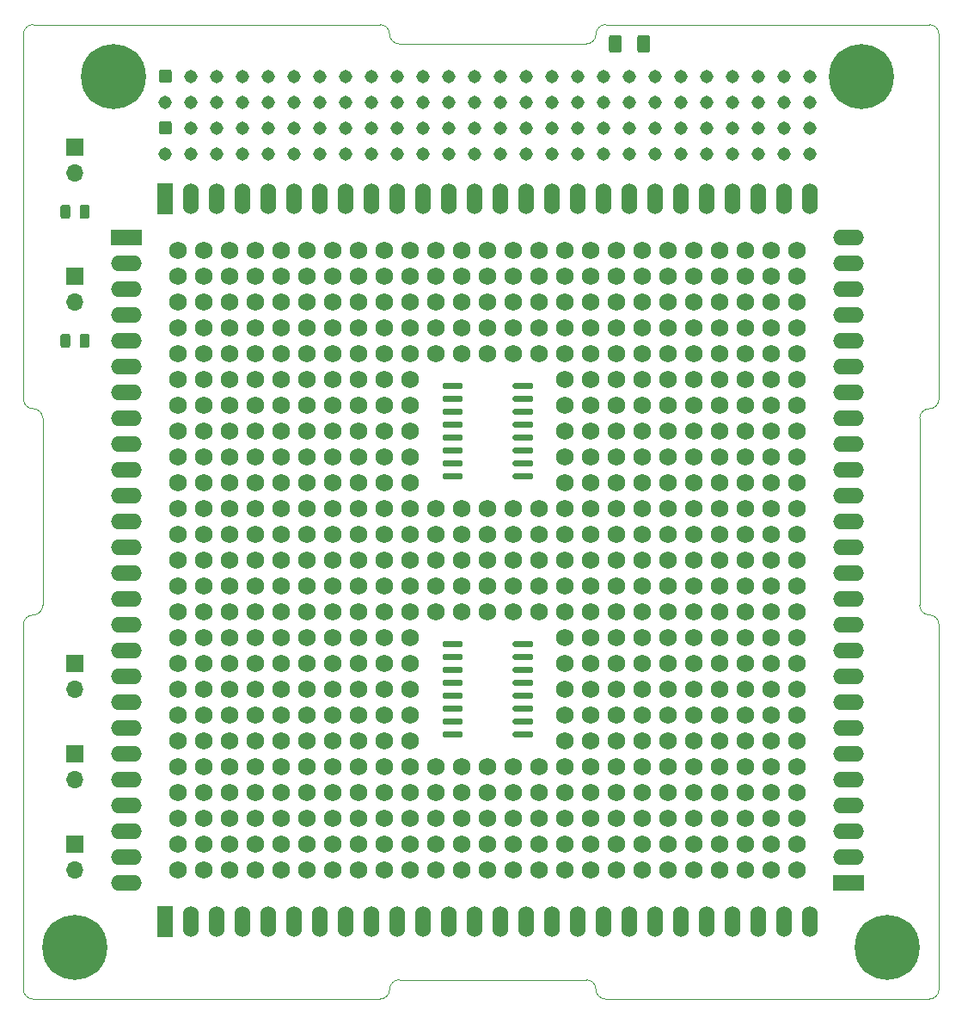
<source format=gbr>
G04 #@! TF.GenerationSoftware,KiCad,Pcbnew,(5.1.6)-1*
G04 #@! TF.CreationDate,2020-06-26T13:04:23+02:00*
G04 #@! TF.ProjectId,board_zero,626f6172-645f-47a6-9572-6f2e6b696361,1.0*
G04 #@! TF.SameCoordinates,Original*
G04 #@! TF.FileFunction,Soldermask,Top*
G04 #@! TF.FilePolarity,Negative*
%FSLAX46Y46*%
G04 Gerber Fmt 4.6, Leading zero omitted, Abs format (unit mm)*
G04 Created by KiCad (PCBNEW (5.1.6)-1) date 2020-06-26 13:04:23*
%MOMM*%
%LPD*%
G01*
G04 APERTURE LIST*
G04 #@! TA.AperFunction,Profile*
%ADD10C,0.100000*%
G04 #@! TD*
%ADD11C,1.735000*%
%ADD12C,1.310000*%
%ADD13O,1.700000X1.700000*%
%ADD14R,1.700000X1.700000*%
%ADD15C,0.800000*%
%ADD16C,6.400000*%
%ADD17R,1.524000X3.048000*%
%ADD18O,1.524000X3.048000*%
%ADD19R,3.048000X1.524000*%
%ADD20O,3.048000X1.524000*%
G04 APERTURE END LIST*
D10*
X78930500Y-23495000D02*
G75*
G03*
X77978000Y-24447500I0J-952500D01*
G01*
X78930500Y-23495000D02*
X110807500Y-23495000D01*
X77025500Y-25400000D02*
G75*
G03*
X77978000Y-24447500I0J952500D01*
G01*
X57658000Y-24447500D02*
G75*
G03*
X58610500Y-25400000I952500J0D01*
G01*
X58610500Y-25400000D02*
X77025500Y-25400000D01*
X22542500Y-23495000D02*
X56705500Y-23495000D01*
X57658000Y-24447500D02*
G75*
G03*
X56705500Y-23495000I-952500J0D01*
G01*
X78930500Y-119380000D02*
X110807500Y-119380000D01*
X58610500Y-117475000D02*
X77025500Y-117475000D01*
X22542500Y-119380000D02*
X56705500Y-119380000D01*
X78930500Y-119380000D02*
G75*
G02*
X77978000Y-118427500I0J952500D01*
G01*
X77025500Y-117475000D02*
G75*
G02*
X77978000Y-118427500I0J-952500D01*
G01*
X57658000Y-118427500D02*
G75*
G02*
X58610500Y-117475000I952500J0D01*
G01*
X57658000Y-118427500D02*
G75*
G02*
X56705500Y-119380000I-952500J0D01*
G01*
X110807500Y-61290200D02*
G75*
G03*
X109855000Y-62242700I0J-952500D01*
G01*
X111760000Y-24447500D02*
X111760000Y-60337700D01*
X109855000Y-62242700D02*
X109855000Y-80632300D01*
X111760000Y-82537300D02*
X111760000Y-118427500D01*
X109855000Y-80632300D02*
G75*
G03*
X110807500Y-81584800I952500J0D01*
G01*
X111760000Y-82537300D02*
G75*
G03*
X110807500Y-81584800I-952500J0D01*
G01*
X110807500Y-61290200D02*
G75*
G03*
X111760000Y-60337700I0J952500D01*
G01*
X111760000Y-118427500D02*
G75*
G02*
X110807500Y-119380000I-952500J0D01*
G01*
X110807500Y-23495000D02*
G75*
G02*
X111760000Y-24447500I0J-952500D01*
G01*
X21590000Y-82537300D02*
X21590000Y-118427500D01*
X21590000Y-24447500D02*
X21590000Y-60337700D01*
X21590000Y-24447500D02*
G75*
G02*
X22542500Y-23495000I952500J0D01*
G01*
X23495000Y-62242700D02*
X23495000Y-80632300D01*
X22542500Y-61290200D02*
G75*
G02*
X21590000Y-60337700I0J952500D01*
G01*
X22542500Y-61290200D02*
G75*
G02*
X23495000Y-62242700I0J-952500D01*
G01*
X23495000Y-80632300D02*
G75*
G02*
X22542500Y-81584800I-952500J0D01*
G01*
X21590000Y-82537300D02*
G75*
G02*
X22542500Y-81584800I952500J0D01*
G01*
X22542500Y-119380000D02*
G75*
G02*
X21590000Y-118427500I0J952500D01*
G01*
G36*
G01*
X69785000Y-92225000D02*
X69785000Y-91925000D01*
G75*
G02*
X69935000Y-91775000I150000J0D01*
G01*
X71610000Y-91775000D01*
G75*
G02*
X71760000Y-91925000I0J-150000D01*
G01*
X71760000Y-92225000D01*
G75*
G02*
X71610000Y-92375000I-150000J0D01*
G01*
X69935000Y-92375000D01*
G75*
G02*
X69785000Y-92225000I0J150000D01*
G01*
G37*
G36*
G01*
X69785000Y-93495000D02*
X69785000Y-93195000D01*
G75*
G02*
X69935000Y-93045000I150000J0D01*
G01*
X71610000Y-93045000D01*
G75*
G02*
X71760000Y-93195000I0J-150000D01*
G01*
X71760000Y-93495000D01*
G75*
G02*
X71610000Y-93645000I-150000J0D01*
G01*
X69935000Y-93645000D01*
G75*
G02*
X69785000Y-93495000I0J150000D01*
G01*
G37*
G36*
G01*
X69785000Y-85875000D02*
X69785000Y-85575000D01*
G75*
G02*
X69935000Y-85425000I150000J0D01*
G01*
X71610000Y-85425000D01*
G75*
G02*
X71760000Y-85575000I0J-150000D01*
G01*
X71760000Y-85875000D01*
G75*
G02*
X71610000Y-86025000I-150000J0D01*
G01*
X69935000Y-86025000D01*
G75*
G02*
X69785000Y-85875000I0J150000D01*
G01*
G37*
G36*
G01*
X69785000Y-90955000D02*
X69785000Y-90655000D01*
G75*
G02*
X69935000Y-90505000I150000J0D01*
G01*
X71610000Y-90505000D01*
G75*
G02*
X71760000Y-90655000I0J-150000D01*
G01*
X71760000Y-90955000D01*
G75*
G02*
X71610000Y-91105000I-150000J0D01*
G01*
X69935000Y-91105000D01*
G75*
G02*
X69785000Y-90955000I0J150000D01*
G01*
G37*
G36*
G01*
X62860000Y-88415000D02*
X62860000Y-88115000D01*
G75*
G02*
X63010000Y-87965000I150000J0D01*
G01*
X64685000Y-87965000D01*
G75*
G02*
X64835000Y-88115000I0J-150000D01*
G01*
X64835000Y-88415000D01*
G75*
G02*
X64685000Y-88565000I-150000J0D01*
G01*
X63010000Y-88565000D01*
G75*
G02*
X62860000Y-88415000I0J150000D01*
G01*
G37*
G36*
G01*
X62860000Y-92225000D02*
X62860000Y-91925000D01*
G75*
G02*
X63010000Y-91775000I150000J0D01*
G01*
X64685000Y-91775000D01*
G75*
G02*
X64835000Y-91925000I0J-150000D01*
G01*
X64835000Y-92225000D01*
G75*
G02*
X64685000Y-92375000I-150000J0D01*
G01*
X63010000Y-92375000D01*
G75*
G02*
X62860000Y-92225000I0J150000D01*
G01*
G37*
G36*
G01*
X62860000Y-89685000D02*
X62860000Y-89385000D01*
G75*
G02*
X63010000Y-89235000I150000J0D01*
G01*
X64685000Y-89235000D01*
G75*
G02*
X64835000Y-89385000I0J-150000D01*
G01*
X64835000Y-89685000D01*
G75*
G02*
X64685000Y-89835000I-150000J0D01*
G01*
X63010000Y-89835000D01*
G75*
G02*
X62860000Y-89685000I0J150000D01*
G01*
G37*
G36*
G01*
X62860000Y-84605000D02*
X62860000Y-84305000D01*
G75*
G02*
X63010000Y-84155000I150000J0D01*
G01*
X64685000Y-84155000D01*
G75*
G02*
X64835000Y-84305000I0J-150000D01*
G01*
X64835000Y-84605000D01*
G75*
G02*
X64685000Y-84755000I-150000J0D01*
G01*
X63010000Y-84755000D01*
G75*
G02*
X62860000Y-84605000I0J150000D01*
G01*
G37*
G36*
G01*
X69785000Y-89685000D02*
X69785000Y-89385000D01*
G75*
G02*
X69935000Y-89235000I150000J0D01*
G01*
X71610000Y-89235000D01*
G75*
G02*
X71760000Y-89385000I0J-150000D01*
G01*
X71760000Y-89685000D01*
G75*
G02*
X71610000Y-89835000I-150000J0D01*
G01*
X69935000Y-89835000D01*
G75*
G02*
X69785000Y-89685000I0J150000D01*
G01*
G37*
G36*
G01*
X62860000Y-93495000D02*
X62860000Y-93195000D01*
G75*
G02*
X63010000Y-93045000I150000J0D01*
G01*
X64685000Y-93045000D01*
G75*
G02*
X64835000Y-93195000I0J-150000D01*
G01*
X64835000Y-93495000D01*
G75*
G02*
X64685000Y-93645000I-150000J0D01*
G01*
X63010000Y-93645000D01*
G75*
G02*
X62860000Y-93495000I0J150000D01*
G01*
G37*
G36*
G01*
X62860000Y-87145000D02*
X62860000Y-86845000D01*
G75*
G02*
X63010000Y-86695000I150000J0D01*
G01*
X64685000Y-86695000D01*
G75*
G02*
X64835000Y-86845000I0J-150000D01*
G01*
X64835000Y-87145000D01*
G75*
G02*
X64685000Y-87295000I-150000J0D01*
G01*
X63010000Y-87295000D01*
G75*
G02*
X62860000Y-87145000I0J150000D01*
G01*
G37*
G36*
G01*
X62860000Y-85875000D02*
X62860000Y-85575000D01*
G75*
G02*
X63010000Y-85425000I150000J0D01*
G01*
X64685000Y-85425000D01*
G75*
G02*
X64835000Y-85575000I0J-150000D01*
G01*
X64835000Y-85875000D01*
G75*
G02*
X64685000Y-86025000I-150000J0D01*
G01*
X63010000Y-86025000D01*
G75*
G02*
X62860000Y-85875000I0J150000D01*
G01*
G37*
G36*
G01*
X69785000Y-88415000D02*
X69785000Y-88115000D01*
G75*
G02*
X69935000Y-87965000I150000J0D01*
G01*
X71610000Y-87965000D01*
G75*
G02*
X71760000Y-88115000I0J-150000D01*
G01*
X71760000Y-88415000D01*
G75*
G02*
X71610000Y-88565000I-150000J0D01*
G01*
X69935000Y-88565000D01*
G75*
G02*
X69785000Y-88415000I0J150000D01*
G01*
G37*
G36*
G01*
X62860000Y-90955000D02*
X62860000Y-90655000D01*
G75*
G02*
X63010000Y-90505000I150000J0D01*
G01*
X64685000Y-90505000D01*
G75*
G02*
X64835000Y-90655000I0J-150000D01*
G01*
X64835000Y-90955000D01*
G75*
G02*
X64685000Y-91105000I-150000J0D01*
G01*
X63010000Y-91105000D01*
G75*
G02*
X62860000Y-90955000I0J150000D01*
G01*
G37*
G36*
G01*
X69785000Y-84605000D02*
X69785000Y-84305000D01*
G75*
G02*
X69935000Y-84155000I150000J0D01*
G01*
X71610000Y-84155000D01*
G75*
G02*
X71760000Y-84305000I0J-150000D01*
G01*
X71760000Y-84605000D01*
G75*
G02*
X71610000Y-84755000I-150000J0D01*
G01*
X69935000Y-84755000D01*
G75*
G02*
X69785000Y-84605000I0J150000D01*
G01*
G37*
G36*
G01*
X69785000Y-87145000D02*
X69785000Y-86845000D01*
G75*
G02*
X69935000Y-86695000I150000J0D01*
G01*
X71610000Y-86695000D01*
G75*
G02*
X71760000Y-86845000I0J-150000D01*
G01*
X71760000Y-87145000D01*
G75*
G02*
X71610000Y-87295000I-150000J0D01*
G01*
X69935000Y-87295000D01*
G75*
G02*
X69785000Y-87145000I0J150000D01*
G01*
G37*
D11*
X57150000Y-83820000D03*
X59690000Y-83820000D03*
X57150000Y-86360000D03*
X59690000Y-86360000D03*
X57150000Y-88900000D03*
X59690000Y-88900000D03*
X57150000Y-91440000D03*
X59690000Y-91440000D03*
X74930000Y-91440000D03*
X77470000Y-91440000D03*
X74930000Y-88900000D03*
X77470000Y-88900000D03*
X74930000Y-86360000D03*
X77470000Y-86360000D03*
X74930000Y-83820000D03*
X77470000Y-83820000D03*
G36*
G01*
X69785000Y-66825000D02*
X69785000Y-66525000D01*
G75*
G02*
X69935000Y-66375000I150000J0D01*
G01*
X71610000Y-66375000D01*
G75*
G02*
X71760000Y-66525000I0J-150000D01*
G01*
X71760000Y-66825000D01*
G75*
G02*
X71610000Y-66975000I-150000J0D01*
G01*
X69935000Y-66975000D01*
G75*
G02*
X69785000Y-66825000I0J150000D01*
G01*
G37*
G36*
G01*
X69785000Y-68095000D02*
X69785000Y-67795000D01*
G75*
G02*
X69935000Y-67645000I150000J0D01*
G01*
X71610000Y-67645000D01*
G75*
G02*
X71760000Y-67795000I0J-150000D01*
G01*
X71760000Y-68095000D01*
G75*
G02*
X71610000Y-68245000I-150000J0D01*
G01*
X69935000Y-68245000D01*
G75*
G02*
X69785000Y-68095000I0J150000D01*
G01*
G37*
G36*
G01*
X69785000Y-60475000D02*
X69785000Y-60175000D01*
G75*
G02*
X69935000Y-60025000I150000J0D01*
G01*
X71610000Y-60025000D01*
G75*
G02*
X71760000Y-60175000I0J-150000D01*
G01*
X71760000Y-60475000D01*
G75*
G02*
X71610000Y-60625000I-150000J0D01*
G01*
X69935000Y-60625000D01*
G75*
G02*
X69785000Y-60475000I0J150000D01*
G01*
G37*
G36*
G01*
X69785000Y-65555000D02*
X69785000Y-65255000D01*
G75*
G02*
X69935000Y-65105000I150000J0D01*
G01*
X71610000Y-65105000D01*
G75*
G02*
X71760000Y-65255000I0J-150000D01*
G01*
X71760000Y-65555000D01*
G75*
G02*
X71610000Y-65705000I-150000J0D01*
G01*
X69935000Y-65705000D01*
G75*
G02*
X69785000Y-65555000I0J150000D01*
G01*
G37*
G36*
G01*
X62860000Y-63015000D02*
X62860000Y-62715000D01*
G75*
G02*
X63010000Y-62565000I150000J0D01*
G01*
X64685000Y-62565000D01*
G75*
G02*
X64835000Y-62715000I0J-150000D01*
G01*
X64835000Y-63015000D01*
G75*
G02*
X64685000Y-63165000I-150000J0D01*
G01*
X63010000Y-63165000D01*
G75*
G02*
X62860000Y-63015000I0J150000D01*
G01*
G37*
G36*
G01*
X62860000Y-66825000D02*
X62860000Y-66525000D01*
G75*
G02*
X63010000Y-66375000I150000J0D01*
G01*
X64685000Y-66375000D01*
G75*
G02*
X64835000Y-66525000I0J-150000D01*
G01*
X64835000Y-66825000D01*
G75*
G02*
X64685000Y-66975000I-150000J0D01*
G01*
X63010000Y-66975000D01*
G75*
G02*
X62860000Y-66825000I0J150000D01*
G01*
G37*
G36*
G01*
X62860000Y-64285000D02*
X62860000Y-63985000D01*
G75*
G02*
X63010000Y-63835000I150000J0D01*
G01*
X64685000Y-63835000D01*
G75*
G02*
X64835000Y-63985000I0J-150000D01*
G01*
X64835000Y-64285000D01*
G75*
G02*
X64685000Y-64435000I-150000J0D01*
G01*
X63010000Y-64435000D01*
G75*
G02*
X62860000Y-64285000I0J150000D01*
G01*
G37*
G36*
G01*
X62860000Y-59205000D02*
X62860000Y-58905000D01*
G75*
G02*
X63010000Y-58755000I150000J0D01*
G01*
X64685000Y-58755000D01*
G75*
G02*
X64835000Y-58905000I0J-150000D01*
G01*
X64835000Y-59205000D01*
G75*
G02*
X64685000Y-59355000I-150000J0D01*
G01*
X63010000Y-59355000D01*
G75*
G02*
X62860000Y-59205000I0J150000D01*
G01*
G37*
G36*
G01*
X69785000Y-64285000D02*
X69785000Y-63985000D01*
G75*
G02*
X69935000Y-63835000I150000J0D01*
G01*
X71610000Y-63835000D01*
G75*
G02*
X71760000Y-63985000I0J-150000D01*
G01*
X71760000Y-64285000D01*
G75*
G02*
X71610000Y-64435000I-150000J0D01*
G01*
X69935000Y-64435000D01*
G75*
G02*
X69785000Y-64285000I0J150000D01*
G01*
G37*
G36*
G01*
X62860000Y-68095000D02*
X62860000Y-67795000D01*
G75*
G02*
X63010000Y-67645000I150000J0D01*
G01*
X64685000Y-67645000D01*
G75*
G02*
X64835000Y-67795000I0J-150000D01*
G01*
X64835000Y-68095000D01*
G75*
G02*
X64685000Y-68245000I-150000J0D01*
G01*
X63010000Y-68245000D01*
G75*
G02*
X62860000Y-68095000I0J150000D01*
G01*
G37*
G36*
G01*
X62860000Y-61745000D02*
X62860000Y-61445000D01*
G75*
G02*
X63010000Y-61295000I150000J0D01*
G01*
X64685000Y-61295000D01*
G75*
G02*
X64835000Y-61445000I0J-150000D01*
G01*
X64835000Y-61745000D01*
G75*
G02*
X64685000Y-61895000I-150000J0D01*
G01*
X63010000Y-61895000D01*
G75*
G02*
X62860000Y-61745000I0J150000D01*
G01*
G37*
G36*
G01*
X62860000Y-60475000D02*
X62860000Y-60175000D01*
G75*
G02*
X63010000Y-60025000I150000J0D01*
G01*
X64685000Y-60025000D01*
G75*
G02*
X64835000Y-60175000I0J-150000D01*
G01*
X64835000Y-60475000D01*
G75*
G02*
X64685000Y-60625000I-150000J0D01*
G01*
X63010000Y-60625000D01*
G75*
G02*
X62860000Y-60475000I0J150000D01*
G01*
G37*
G36*
G01*
X69785000Y-63015000D02*
X69785000Y-62715000D01*
G75*
G02*
X69935000Y-62565000I150000J0D01*
G01*
X71610000Y-62565000D01*
G75*
G02*
X71760000Y-62715000I0J-150000D01*
G01*
X71760000Y-63015000D01*
G75*
G02*
X71610000Y-63165000I-150000J0D01*
G01*
X69935000Y-63165000D01*
G75*
G02*
X69785000Y-63015000I0J150000D01*
G01*
G37*
G36*
G01*
X62860000Y-65555000D02*
X62860000Y-65255000D01*
G75*
G02*
X63010000Y-65105000I150000J0D01*
G01*
X64685000Y-65105000D01*
G75*
G02*
X64835000Y-65255000I0J-150000D01*
G01*
X64835000Y-65555000D01*
G75*
G02*
X64685000Y-65705000I-150000J0D01*
G01*
X63010000Y-65705000D01*
G75*
G02*
X62860000Y-65555000I0J150000D01*
G01*
G37*
G36*
G01*
X69785000Y-59205000D02*
X69785000Y-58905000D01*
G75*
G02*
X69935000Y-58755000I150000J0D01*
G01*
X71610000Y-58755000D01*
G75*
G02*
X71760000Y-58905000I0J-150000D01*
G01*
X71760000Y-59205000D01*
G75*
G02*
X71610000Y-59355000I-150000J0D01*
G01*
X69935000Y-59355000D01*
G75*
G02*
X69785000Y-59205000I0J150000D01*
G01*
G37*
G36*
G01*
X69785000Y-61745000D02*
X69785000Y-61445000D01*
G75*
G02*
X69935000Y-61295000I150000J0D01*
G01*
X71610000Y-61295000D01*
G75*
G02*
X71760000Y-61445000I0J-150000D01*
G01*
X71760000Y-61745000D01*
G75*
G02*
X71610000Y-61895000I-150000J0D01*
G01*
X69935000Y-61895000D01*
G75*
G02*
X69785000Y-61745000I0J150000D01*
G01*
G37*
X57150000Y-58420000D03*
X59690000Y-58420000D03*
X57150000Y-60960000D03*
X59690000Y-60960000D03*
X57150000Y-63500000D03*
X59690000Y-63500000D03*
X57150000Y-66040000D03*
X59690000Y-66040000D03*
X74930000Y-66040000D03*
X77470000Y-66040000D03*
X74930000Y-63500000D03*
X77470000Y-63500000D03*
X74930000Y-60960000D03*
X77470000Y-60960000D03*
X74930000Y-58420000D03*
X77470000Y-58420000D03*
X77470000Y-93980000D03*
X74930000Y-93980000D03*
X59690000Y-93980000D03*
X57150000Y-93980000D03*
X72390000Y-96520000D03*
X69850000Y-96520000D03*
X67310000Y-96520000D03*
X64770000Y-96520000D03*
X62230000Y-96520000D03*
X97790000Y-106680000D03*
X95250000Y-106680000D03*
X92710000Y-106680000D03*
X90170000Y-106680000D03*
X87630000Y-106680000D03*
X85090000Y-106680000D03*
X82550000Y-106680000D03*
X80010000Y-106680000D03*
X77470000Y-106680000D03*
X74930000Y-106680000D03*
X72390000Y-106680000D03*
X69850000Y-106680000D03*
X67310000Y-106680000D03*
X64770000Y-106680000D03*
X62230000Y-106680000D03*
X59690000Y-106680000D03*
X57150000Y-106680000D03*
X54610000Y-106680000D03*
X52070000Y-106680000D03*
X49530000Y-106680000D03*
X46990000Y-106680000D03*
X44450000Y-106680000D03*
X41910000Y-106680000D03*
X39370000Y-106680000D03*
X36830000Y-106680000D03*
X97790000Y-104140000D03*
X95250000Y-104140000D03*
X92710000Y-104140000D03*
X90170000Y-104140000D03*
X87630000Y-104140000D03*
X85090000Y-104140000D03*
X82550000Y-104140000D03*
X80010000Y-104140000D03*
X77470000Y-104140000D03*
X74930000Y-104140000D03*
X72390000Y-104140000D03*
X69850000Y-104140000D03*
X67310000Y-104140000D03*
X64770000Y-104140000D03*
X62230000Y-104140000D03*
X59690000Y-104140000D03*
X57150000Y-104140000D03*
X54610000Y-104140000D03*
X52070000Y-104140000D03*
X49530000Y-104140000D03*
X46990000Y-104140000D03*
X44450000Y-104140000D03*
X41910000Y-104140000D03*
X39370000Y-104140000D03*
X36830000Y-104140000D03*
X97790000Y-101600000D03*
X95250000Y-101600000D03*
X92710000Y-101600000D03*
X90170000Y-101600000D03*
X87630000Y-101600000D03*
X85090000Y-101600000D03*
X82550000Y-101600000D03*
X80010000Y-101600000D03*
X77470000Y-101600000D03*
X74930000Y-101600000D03*
X72390000Y-101600000D03*
X69850000Y-101600000D03*
X67310000Y-101600000D03*
X64770000Y-101600000D03*
X62230000Y-101600000D03*
X59690000Y-101600000D03*
X57150000Y-101600000D03*
X54610000Y-101600000D03*
X52070000Y-101600000D03*
X49530000Y-101600000D03*
X46990000Y-101600000D03*
X44450000Y-101600000D03*
X41910000Y-101600000D03*
X39370000Y-101600000D03*
X36830000Y-101600000D03*
X97790000Y-99060000D03*
X95250000Y-99060000D03*
X92710000Y-99060000D03*
X90170000Y-99060000D03*
X87630000Y-99060000D03*
X85090000Y-99060000D03*
X82550000Y-99060000D03*
X80010000Y-99060000D03*
X77470000Y-99060000D03*
X74930000Y-99060000D03*
X72390000Y-99060000D03*
X69850000Y-99060000D03*
X67310000Y-99060000D03*
X64770000Y-99060000D03*
X62230000Y-99060000D03*
X59690000Y-99060000D03*
X57150000Y-99060000D03*
X54610000Y-99060000D03*
X52070000Y-99060000D03*
X49530000Y-99060000D03*
X46990000Y-99060000D03*
X44450000Y-99060000D03*
X41910000Y-99060000D03*
X39370000Y-99060000D03*
X36830000Y-99060000D03*
X97790000Y-96520000D03*
X95250000Y-96520000D03*
X92710000Y-96520000D03*
X90170000Y-96520000D03*
X87630000Y-96520000D03*
X85090000Y-96520000D03*
X82550000Y-96520000D03*
X80010000Y-96520000D03*
X77470000Y-96520000D03*
X74930000Y-96520000D03*
X59690000Y-96520000D03*
X57150000Y-96520000D03*
X54610000Y-96520000D03*
X52070000Y-96520000D03*
X49530000Y-96520000D03*
X46990000Y-96520000D03*
X44450000Y-96520000D03*
X41910000Y-96520000D03*
X39370000Y-96520000D03*
X36830000Y-96520000D03*
X97790000Y-93980000D03*
X95250000Y-93980000D03*
X92710000Y-93980000D03*
X90170000Y-93980000D03*
X87630000Y-93980000D03*
X85090000Y-93980000D03*
X82550000Y-93980000D03*
X80010000Y-93980000D03*
X54610000Y-93980000D03*
X52070000Y-93980000D03*
X49530000Y-93980000D03*
X46990000Y-93980000D03*
X44450000Y-93980000D03*
X41910000Y-93980000D03*
X39370000Y-93980000D03*
X36830000Y-93980000D03*
X97790000Y-91440000D03*
X95250000Y-91440000D03*
X92710000Y-91440000D03*
X90170000Y-91440000D03*
X87630000Y-91440000D03*
X85090000Y-91440000D03*
X82550000Y-91440000D03*
X80010000Y-91440000D03*
X54610000Y-91440000D03*
X52070000Y-91440000D03*
X49530000Y-91440000D03*
X46990000Y-91440000D03*
X44450000Y-91440000D03*
X41910000Y-91440000D03*
X39370000Y-91440000D03*
X36830000Y-91440000D03*
X97790000Y-88900000D03*
X95250000Y-88900000D03*
X92710000Y-88900000D03*
X90170000Y-88900000D03*
X87630000Y-88900000D03*
X85090000Y-88900000D03*
X82550000Y-88900000D03*
X80010000Y-88900000D03*
X54610000Y-88900000D03*
X52070000Y-88900000D03*
X49530000Y-88900000D03*
X46990000Y-88900000D03*
X44450000Y-88900000D03*
X41910000Y-88900000D03*
X39370000Y-88900000D03*
X36830000Y-88900000D03*
X97790000Y-86360000D03*
X95250000Y-86360000D03*
X92710000Y-86360000D03*
X90170000Y-86360000D03*
X87630000Y-86360000D03*
X85090000Y-86360000D03*
X82550000Y-86360000D03*
X80010000Y-86360000D03*
X54610000Y-86360000D03*
X52070000Y-86360000D03*
X49530000Y-86360000D03*
X46990000Y-86360000D03*
X44450000Y-86360000D03*
X41910000Y-86360000D03*
X39370000Y-86360000D03*
X36830000Y-86360000D03*
X97790000Y-83820000D03*
X95250000Y-83820000D03*
X92710000Y-83820000D03*
X90170000Y-83820000D03*
X87630000Y-83820000D03*
X85090000Y-83820000D03*
X82550000Y-83820000D03*
X80010000Y-83820000D03*
X54610000Y-83820000D03*
X52070000Y-83820000D03*
X49530000Y-83820000D03*
X46990000Y-83820000D03*
X44450000Y-83820000D03*
X41910000Y-83820000D03*
X39370000Y-83820000D03*
X36830000Y-83820000D03*
X97790000Y-81280000D03*
X95250000Y-81280000D03*
X92710000Y-81280000D03*
X90170000Y-81280000D03*
X87630000Y-81280000D03*
X85090000Y-81280000D03*
X82550000Y-81280000D03*
X80010000Y-81280000D03*
X77470000Y-81280000D03*
X74930000Y-81280000D03*
X72390000Y-81280000D03*
X69850000Y-81280000D03*
X67310000Y-81280000D03*
X64770000Y-81280000D03*
X62230000Y-81280000D03*
X59690000Y-81280000D03*
X57150000Y-81280000D03*
X54610000Y-81280000D03*
X52070000Y-81280000D03*
X49530000Y-81280000D03*
X46990000Y-81280000D03*
X44450000Y-81280000D03*
X41910000Y-81280000D03*
X39370000Y-81280000D03*
X36830000Y-81280000D03*
X97790000Y-78740000D03*
X95250000Y-78740000D03*
X92710000Y-78740000D03*
X90170000Y-78740000D03*
X87630000Y-78740000D03*
X85090000Y-78740000D03*
X82550000Y-78740000D03*
X80010000Y-78740000D03*
X77470000Y-78740000D03*
X74930000Y-78740000D03*
X72390000Y-78740000D03*
X69850000Y-78740000D03*
X67310000Y-78740000D03*
X64770000Y-78740000D03*
X62230000Y-78740000D03*
X59690000Y-78740000D03*
X57150000Y-78740000D03*
X54610000Y-78740000D03*
X52070000Y-78740000D03*
X49530000Y-78740000D03*
X46990000Y-78740000D03*
X44450000Y-78740000D03*
X41910000Y-78740000D03*
X39370000Y-78740000D03*
X36830000Y-78740000D03*
X97790000Y-76200000D03*
X95250000Y-76200000D03*
X92710000Y-76200000D03*
X90170000Y-76200000D03*
X87630000Y-76200000D03*
X85090000Y-76200000D03*
X82550000Y-76200000D03*
X80010000Y-76200000D03*
X77470000Y-76200000D03*
X74930000Y-76200000D03*
X72390000Y-76200000D03*
X69850000Y-76200000D03*
X67310000Y-76200000D03*
X64770000Y-76200000D03*
X62230000Y-76200000D03*
X59690000Y-76200000D03*
X57150000Y-76200000D03*
X54610000Y-76200000D03*
X52070000Y-76200000D03*
X49530000Y-76200000D03*
X46990000Y-76200000D03*
X44450000Y-76200000D03*
X41910000Y-76200000D03*
X39370000Y-76200000D03*
X36830000Y-76200000D03*
X97790000Y-73660000D03*
X95250000Y-73660000D03*
X92710000Y-73660000D03*
X90170000Y-73660000D03*
X87630000Y-73660000D03*
X85090000Y-73660000D03*
X82550000Y-73660000D03*
X80010000Y-73660000D03*
X77470000Y-73660000D03*
X74930000Y-73660000D03*
X72390000Y-73660000D03*
X69850000Y-73660000D03*
X67310000Y-73660000D03*
X64770000Y-73660000D03*
X62230000Y-73660000D03*
X59690000Y-73660000D03*
X57150000Y-73660000D03*
X54610000Y-73660000D03*
X52070000Y-73660000D03*
X49530000Y-73660000D03*
X46990000Y-73660000D03*
X44450000Y-73660000D03*
X41910000Y-73660000D03*
X39370000Y-73660000D03*
X36830000Y-73660000D03*
X97790000Y-71120000D03*
X95250000Y-71120000D03*
X92710000Y-71120000D03*
X90170000Y-71120000D03*
X87630000Y-71120000D03*
X85090000Y-71120000D03*
X82550000Y-71120000D03*
X80010000Y-71120000D03*
X77470000Y-71120000D03*
X74930000Y-71120000D03*
X72390000Y-71120000D03*
X69850000Y-71120000D03*
X67310000Y-71120000D03*
X64770000Y-71120000D03*
X62230000Y-71120000D03*
X59690000Y-71120000D03*
X57150000Y-71120000D03*
X54610000Y-71120000D03*
X52070000Y-71120000D03*
X49530000Y-71120000D03*
X46990000Y-71120000D03*
X44450000Y-71120000D03*
X41910000Y-71120000D03*
X39370000Y-71120000D03*
X36830000Y-71120000D03*
X97790000Y-68580000D03*
X95250000Y-68580000D03*
X92710000Y-68580000D03*
X90170000Y-68580000D03*
X87630000Y-68580000D03*
X85090000Y-68580000D03*
X82550000Y-68580000D03*
X80010000Y-68580000D03*
X77470000Y-68580000D03*
X74930000Y-68580000D03*
X59690000Y-68580000D03*
X57150000Y-68580000D03*
X54610000Y-68580000D03*
X52070000Y-68580000D03*
X49530000Y-68580000D03*
X46990000Y-68580000D03*
X44450000Y-68580000D03*
X41910000Y-68580000D03*
X39370000Y-68580000D03*
X36830000Y-68580000D03*
X97790000Y-66040000D03*
X95250000Y-66040000D03*
X92710000Y-66040000D03*
X90170000Y-66040000D03*
X87630000Y-66040000D03*
X85090000Y-66040000D03*
X82550000Y-66040000D03*
X80010000Y-66040000D03*
X54610000Y-66040000D03*
X52070000Y-66040000D03*
X49530000Y-66040000D03*
X46990000Y-66040000D03*
X44450000Y-66040000D03*
X41910000Y-66040000D03*
X39370000Y-66040000D03*
X36830000Y-66040000D03*
X97790000Y-63500000D03*
X95250000Y-63500000D03*
X92710000Y-63500000D03*
X90170000Y-63500000D03*
X87630000Y-63500000D03*
X85090000Y-63500000D03*
X82550000Y-63500000D03*
X80010000Y-63500000D03*
X54610000Y-63500000D03*
X52070000Y-63500000D03*
X49530000Y-63500000D03*
X46990000Y-63500000D03*
X44450000Y-63500000D03*
X41910000Y-63500000D03*
X39370000Y-63500000D03*
X36830000Y-63500000D03*
X97790000Y-60960000D03*
X95250000Y-60960000D03*
X92710000Y-60960000D03*
X90170000Y-60960000D03*
X87630000Y-60960000D03*
X85090000Y-60960000D03*
X82550000Y-60960000D03*
X80010000Y-60960000D03*
X54610000Y-60960000D03*
X52070000Y-60960000D03*
X49530000Y-60960000D03*
X46990000Y-60960000D03*
X44450000Y-60960000D03*
X41910000Y-60960000D03*
X39370000Y-60960000D03*
X36830000Y-60960000D03*
X97790000Y-58420000D03*
X95250000Y-58420000D03*
X92710000Y-58420000D03*
X90170000Y-58420000D03*
X87630000Y-58420000D03*
X85090000Y-58420000D03*
X82550000Y-58420000D03*
X80010000Y-58420000D03*
X54610000Y-58420000D03*
X52070000Y-58420000D03*
X49530000Y-58420000D03*
X46990000Y-58420000D03*
X44450000Y-58420000D03*
X41910000Y-58420000D03*
X39370000Y-58420000D03*
X36830000Y-58420000D03*
X97790000Y-55880000D03*
X95250000Y-55880000D03*
X92710000Y-55880000D03*
X90170000Y-55880000D03*
X87630000Y-55880000D03*
X85090000Y-55880000D03*
X82550000Y-55880000D03*
X80010000Y-55880000D03*
X77470000Y-55880000D03*
X74930000Y-55880000D03*
X72390000Y-55880000D03*
X69850000Y-55880000D03*
X67310000Y-55880000D03*
X64770000Y-55880000D03*
X62230000Y-55880000D03*
X59690000Y-55880000D03*
X57150000Y-55880000D03*
X54610000Y-55880000D03*
X52070000Y-55880000D03*
X49530000Y-55880000D03*
X46990000Y-55880000D03*
X44450000Y-55880000D03*
X41910000Y-55880000D03*
X39370000Y-55880000D03*
X36830000Y-55880000D03*
X97790000Y-53340000D03*
X95250000Y-53340000D03*
X92710000Y-53340000D03*
X90170000Y-53340000D03*
X87630000Y-53340000D03*
X85090000Y-53340000D03*
X82550000Y-53340000D03*
X80010000Y-53340000D03*
X77470000Y-53340000D03*
X74930000Y-53340000D03*
X72390000Y-53340000D03*
X69850000Y-53340000D03*
X67310000Y-53340000D03*
X64770000Y-53340000D03*
X62230000Y-53340000D03*
X59690000Y-53340000D03*
X57150000Y-53340000D03*
X54610000Y-53340000D03*
X52070000Y-53340000D03*
X49530000Y-53340000D03*
X46990000Y-53340000D03*
X44450000Y-53340000D03*
X41910000Y-53340000D03*
X39370000Y-53340000D03*
X36830000Y-53340000D03*
X97790000Y-50800000D03*
X95250000Y-50800000D03*
X92710000Y-50800000D03*
X90170000Y-50800000D03*
X87630000Y-50800000D03*
X85090000Y-50800000D03*
X82550000Y-50800000D03*
X80010000Y-50800000D03*
X77470000Y-50800000D03*
X74930000Y-50800000D03*
X72390000Y-50800000D03*
X69850000Y-50800000D03*
X67310000Y-50800000D03*
X64770000Y-50800000D03*
X62230000Y-50800000D03*
X59690000Y-50800000D03*
X57150000Y-50800000D03*
X54610000Y-50800000D03*
X52070000Y-50800000D03*
X49530000Y-50800000D03*
X46990000Y-50800000D03*
X44450000Y-50800000D03*
X41910000Y-50800000D03*
X39370000Y-50800000D03*
X36830000Y-50800000D03*
X97790000Y-48260000D03*
X95250000Y-48260000D03*
X92710000Y-48260000D03*
X90170000Y-48260000D03*
X87630000Y-48260000D03*
X85090000Y-48260000D03*
X82550000Y-48260000D03*
X80010000Y-48260000D03*
X77470000Y-48260000D03*
X74930000Y-48260000D03*
X72390000Y-48260000D03*
X69850000Y-48260000D03*
X67310000Y-48260000D03*
X64770000Y-48260000D03*
X62230000Y-48260000D03*
X59690000Y-48260000D03*
X57150000Y-48260000D03*
X54610000Y-48260000D03*
X52070000Y-48260000D03*
X49530000Y-48260000D03*
X46990000Y-48260000D03*
X44450000Y-48260000D03*
X41910000Y-48260000D03*
X39370000Y-48260000D03*
X36830000Y-48260000D03*
X97790000Y-45720000D03*
X95250000Y-45720000D03*
X92710000Y-45720000D03*
X90170000Y-45720000D03*
X87630000Y-45720000D03*
X85090000Y-45720000D03*
X82550000Y-45720000D03*
X80010000Y-45720000D03*
X77470000Y-45720000D03*
X74930000Y-45720000D03*
X72390000Y-45720000D03*
X69850000Y-45720000D03*
X67310000Y-45720000D03*
X64770000Y-45720000D03*
X62230000Y-45720000D03*
X59690000Y-45720000D03*
X57150000Y-45720000D03*
X54610000Y-45720000D03*
X52070000Y-45720000D03*
X49530000Y-45720000D03*
X46990000Y-45720000D03*
X44450000Y-45720000D03*
X41910000Y-45720000D03*
X39370000Y-45720000D03*
X36830000Y-45720000D03*
D12*
X99060000Y-31115000D03*
X96520000Y-31115000D03*
X93980000Y-31115000D03*
X91440000Y-31115000D03*
X88900000Y-31115000D03*
X86360000Y-31115000D03*
X83820000Y-31115000D03*
X81280000Y-31115000D03*
X78740000Y-31115000D03*
X76200000Y-31115000D03*
X73660000Y-31115000D03*
X71120000Y-31115000D03*
X68580000Y-31115000D03*
X66040000Y-31115000D03*
X63500000Y-31115000D03*
X60960000Y-31115000D03*
X58420000Y-31115000D03*
X55880000Y-31115000D03*
X53340000Y-31115000D03*
X50800000Y-31115000D03*
X48260000Y-31115000D03*
X45720000Y-31115000D03*
X43180000Y-31115000D03*
X40640000Y-31115000D03*
X38100000Y-31115000D03*
X35560000Y-31115000D03*
X99060000Y-28575000D03*
X96520000Y-28575000D03*
X93980000Y-28575000D03*
X91440000Y-28575000D03*
X88900000Y-28575000D03*
X86360000Y-28575000D03*
X83820000Y-28575000D03*
X81280000Y-28575000D03*
X78740000Y-28575000D03*
X76200000Y-28575000D03*
X73660000Y-28575000D03*
X71120000Y-28575000D03*
X68580000Y-28575000D03*
X66040000Y-28575000D03*
X63500000Y-28575000D03*
X60960000Y-28575000D03*
X58420000Y-28575000D03*
X55880000Y-28575000D03*
X53340000Y-28575000D03*
X50800000Y-28575000D03*
X48260000Y-28575000D03*
X45720000Y-28575000D03*
X43180000Y-28575000D03*
X40640000Y-28575000D03*
X38100000Y-28575000D03*
G36*
G01*
X34905000Y-28980000D02*
X34905000Y-28170000D01*
G75*
G02*
X35155000Y-27920000I250000J0D01*
G01*
X35965000Y-27920000D01*
G75*
G02*
X36215000Y-28170000I0J-250000D01*
G01*
X36215000Y-28980000D01*
G75*
G02*
X35965000Y-29230000I-250000J0D01*
G01*
X35155000Y-29230000D01*
G75*
G02*
X34905000Y-28980000I0J250000D01*
G01*
G37*
G36*
G01*
X83305000Y-24775000D02*
X83305000Y-26025000D01*
G75*
G02*
X83055000Y-26275000I-250000J0D01*
G01*
X82305000Y-26275000D01*
G75*
G02*
X82055000Y-26025000I0J250000D01*
G01*
X82055000Y-24775000D01*
G75*
G02*
X82305000Y-24525000I250000J0D01*
G01*
X83055000Y-24525000D01*
G75*
G02*
X83305000Y-24775000I0J-250000D01*
G01*
G37*
G36*
G01*
X80505000Y-24775000D02*
X80505000Y-26025000D01*
G75*
G02*
X80255000Y-26275000I-250000J0D01*
G01*
X79505000Y-26275000D01*
G75*
G02*
X79255000Y-26025000I0J250000D01*
G01*
X79255000Y-24775000D01*
G75*
G02*
X79505000Y-24525000I250000J0D01*
G01*
X80255000Y-24525000D01*
G75*
G02*
X80505000Y-24775000I0J-250000D01*
G01*
G37*
D13*
X26670000Y-106680000D03*
D14*
X26670000Y-104140000D03*
D13*
X26670000Y-97790000D03*
D14*
X26670000Y-95250000D03*
G36*
G01*
X26220000Y-54153750D02*
X26220000Y-55066250D01*
G75*
G02*
X25976250Y-55310000I-243750J0D01*
G01*
X25488750Y-55310000D01*
G75*
G02*
X25245000Y-55066250I0J243750D01*
G01*
X25245000Y-54153750D01*
G75*
G02*
X25488750Y-53910000I243750J0D01*
G01*
X25976250Y-53910000D01*
G75*
G02*
X26220000Y-54153750I0J-243750D01*
G01*
G37*
G36*
G01*
X28095000Y-54153750D02*
X28095000Y-55066250D01*
G75*
G02*
X27851250Y-55310000I-243750J0D01*
G01*
X27363750Y-55310000D01*
G75*
G02*
X27120000Y-55066250I0J243750D01*
G01*
X27120000Y-54153750D01*
G75*
G02*
X27363750Y-53910000I243750J0D01*
G01*
X27851250Y-53910000D01*
G75*
G02*
X28095000Y-54153750I0J-243750D01*
G01*
G37*
G36*
G01*
X26220000Y-41453750D02*
X26220000Y-42366250D01*
G75*
G02*
X25976250Y-42610000I-243750J0D01*
G01*
X25488750Y-42610000D01*
G75*
G02*
X25245000Y-42366250I0J243750D01*
G01*
X25245000Y-41453750D01*
G75*
G02*
X25488750Y-41210000I243750J0D01*
G01*
X25976250Y-41210000D01*
G75*
G02*
X26220000Y-41453750I0J-243750D01*
G01*
G37*
G36*
G01*
X28095000Y-41453750D02*
X28095000Y-42366250D01*
G75*
G02*
X27851250Y-42610000I-243750J0D01*
G01*
X27363750Y-42610000D01*
G75*
G02*
X27120000Y-42366250I0J243750D01*
G01*
X27120000Y-41453750D01*
G75*
G02*
X27363750Y-41210000I243750J0D01*
G01*
X27851250Y-41210000D01*
G75*
G02*
X28095000Y-41453750I0J-243750D01*
G01*
G37*
D13*
X26670000Y-88900000D03*
D14*
X26670000Y-86360000D03*
X26670000Y-35560000D03*
D13*
X26670000Y-38100000D03*
X26670000Y-50800000D03*
D14*
X26670000Y-48260000D03*
D12*
X99060000Y-36195000D03*
X96520000Y-36195000D03*
X93980000Y-36195000D03*
X91440000Y-36195000D03*
X88900000Y-36195000D03*
X86360000Y-36195000D03*
X83820000Y-36195000D03*
X81280000Y-36195000D03*
X78740000Y-36195000D03*
X76200000Y-36195000D03*
X73660000Y-36195000D03*
X71120000Y-36195000D03*
X68580000Y-36195000D03*
X66040000Y-36195000D03*
X63500000Y-36195000D03*
X60960000Y-36195000D03*
X58420000Y-36195000D03*
X55880000Y-36195000D03*
X53340000Y-36195000D03*
X50800000Y-36195000D03*
X48260000Y-36195000D03*
X45720000Y-36195000D03*
X43180000Y-36195000D03*
X40640000Y-36195000D03*
X38100000Y-36195000D03*
X35560000Y-36195000D03*
X99060000Y-33655000D03*
X96520000Y-33655000D03*
X93980000Y-33655000D03*
X91440000Y-33655000D03*
X88900000Y-33655000D03*
X86360000Y-33655000D03*
X83820000Y-33655000D03*
X81280000Y-33655000D03*
X78740000Y-33655000D03*
X76200000Y-33655000D03*
X73660000Y-33655000D03*
X71120000Y-33655000D03*
X68580000Y-33655000D03*
X66040000Y-33655000D03*
X63500000Y-33655000D03*
X60960000Y-33655000D03*
X58420000Y-33655000D03*
X55880000Y-33655000D03*
X53340000Y-33655000D03*
X50800000Y-33655000D03*
X48260000Y-33655000D03*
X45720000Y-33655000D03*
X43180000Y-33655000D03*
X40640000Y-33655000D03*
X38100000Y-33655000D03*
G36*
G01*
X34905000Y-34060000D02*
X34905000Y-33250000D01*
G75*
G02*
X35155000Y-33000000I250000J0D01*
G01*
X35965000Y-33000000D01*
G75*
G02*
X36215000Y-33250000I0J-250000D01*
G01*
X36215000Y-34060000D01*
G75*
G02*
X35965000Y-34310000I-250000J0D01*
G01*
X35155000Y-34310000D01*
G75*
G02*
X34905000Y-34060000I0J250000D01*
G01*
G37*
D15*
X28367056Y-112602944D03*
X26670000Y-111900000D03*
X24972944Y-112602944D03*
X24270000Y-114300000D03*
X24972944Y-115997056D03*
X26670000Y-116700000D03*
X28367056Y-115997056D03*
X29070000Y-114300000D03*
D16*
X26670000Y-114300000D03*
D15*
X108377056Y-112602944D03*
X106680000Y-111900000D03*
X104982944Y-112602944D03*
X104280000Y-114300000D03*
X104982944Y-115997056D03*
X106680000Y-116700000D03*
X108377056Y-115997056D03*
X109080000Y-114300000D03*
D16*
X106680000Y-114300000D03*
D15*
X105837056Y-26877944D03*
X104140000Y-26175000D03*
X102442944Y-26877944D03*
X101740000Y-28575000D03*
X102442944Y-30272056D03*
X104140000Y-30975000D03*
X105837056Y-30272056D03*
X106540000Y-28575000D03*
D16*
X104140000Y-28575000D03*
D15*
X32177056Y-26877944D03*
X30480000Y-26175000D03*
X28782944Y-26877944D03*
X28080000Y-28575000D03*
X28782944Y-30272056D03*
X30480000Y-30975000D03*
X32177056Y-30272056D03*
X32880000Y-28575000D03*
D16*
X30480000Y-28575000D03*
D17*
X35560000Y-111760000D03*
D18*
X38100000Y-111760000D03*
X40640000Y-111760000D03*
X43180000Y-111760000D03*
X45720000Y-111760000D03*
X48260000Y-111760000D03*
X50800000Y-111760000D03*
X53340000Y-111760000D03*
X55880000Y-111760000D03*
X58420000Y-111760000D03*
X60960000Y-111760000D03*
X63500000Y-111760000D03*
X66040000Y-111760000D03*
X68580000Y-111760000D03*
X71120000Y-111760000D03*
X73660000Y-111760000D03*
X76200000Y-111760000D03*
X78740000Y-111760000D03*
X81280000Y-111760000D03*
X83820000Y-111760000D03*
X86360000Y-111760000D03*
X88900000Y-111760000D03*
X91440000Y-111760000D03*
X93980000Y-111760000D03*
X96520000Y-111760000D03*
X99060000Y-111760000D03*
D19*
X102870000Y-107950000D03*
D20*
X102870000Y-105410000D03*
X102870000Y-102870000D03*
X102870000Y-100330000D03*
X102870000Y-97790000D03*
X102870000Y-95250000D03*
X102870000Y-92710000D03*
X102870000Y-90170000D03*
X102870000Y-87630000D03*
X102870000Y-85090000D03*
X102870000Y-82550000D03*
X102870000Y-80010000D03*
X102870000Y-77470000D03*
X102870000Y-74930000D03*
X102870000Y-72390000D03*
X102870000Y-69850000D03*
X102870000Y-67310000D03*
X102870000Y-64770000D03*
X102870000Y-62230000D03*
X102870000Y-59690000D03*
X102870000Y-57150000D03*
X102870000Y-54610000D03*
X102870000Y-52070000D03*
X102870000Y-49530000D03*
X102870000Y-46990000D03*
X102870000Y-44450000D03*
X31750000Y-107950000D03*
X31750000Y-105410000D03*
X31750000Y-102870000D03*
X31750000Y-100330000D03*
X31750000Y-97790000D03*
X31750000Y-95250000D03*
X31750000Y-92710000D03*
X31750000Y-90170000D03*
X31750000Y-87630000D03*
X31750000Y-85090000D03*
X31750000Y-82550000D03*
X31750000Y-80010000D03*
X31750000Y-77470000D03*
X31750000Y-74930000D03*
X31750000Y-72390000D03*
X31750000Y-69850000D03*
X31750000Y-67310000D03*
X31750000Y-64770000D03*
X31750000Y-62230000D03*
X31750000Y-59690000D03*
X31750000Y-57150000D03*
X31750000Y-54610000D03*
X31750000Y-52070000D03*
X31750000Y-49530000D03*
X31750000Y-46990000D03*
D19*
X31750000Y-44450000D03*
D17*
X35560000Y-40640000D03*
D18*
X38100000Y-40640000D03*
X40640000Y-40640000D03*
X43180000Y-40640000D03*
X45720000Y-40640000D03*
X48260000Y-40640000D03*
X50800000Y-40640000D03*
X53340000Y-40640000D03*
X55880000Y-40640000D03*
X58420000Y-40640000D03*
X60960000Y-40640000D03*
X63500000Y-40640000D03*
X66040000Y-40640000D03*
X68580000Y-40640000D03*
X71120000Y-40640000D03*
X73660000Y-40640000D03*
X76200000Y-40640000D03*
X78740000Y-40640000D03*
X81280000Y-40640000D03*
X83820000Y-40640000D03*
X86360000Y-40640000D03*
X88900000Y-40640000D03*
X91440000Y-40640000D03*
X93980000Y-40640000D03*
X96520000Y-40640000D03*
X99060000Y-40640000D03*
M02*

</source>
